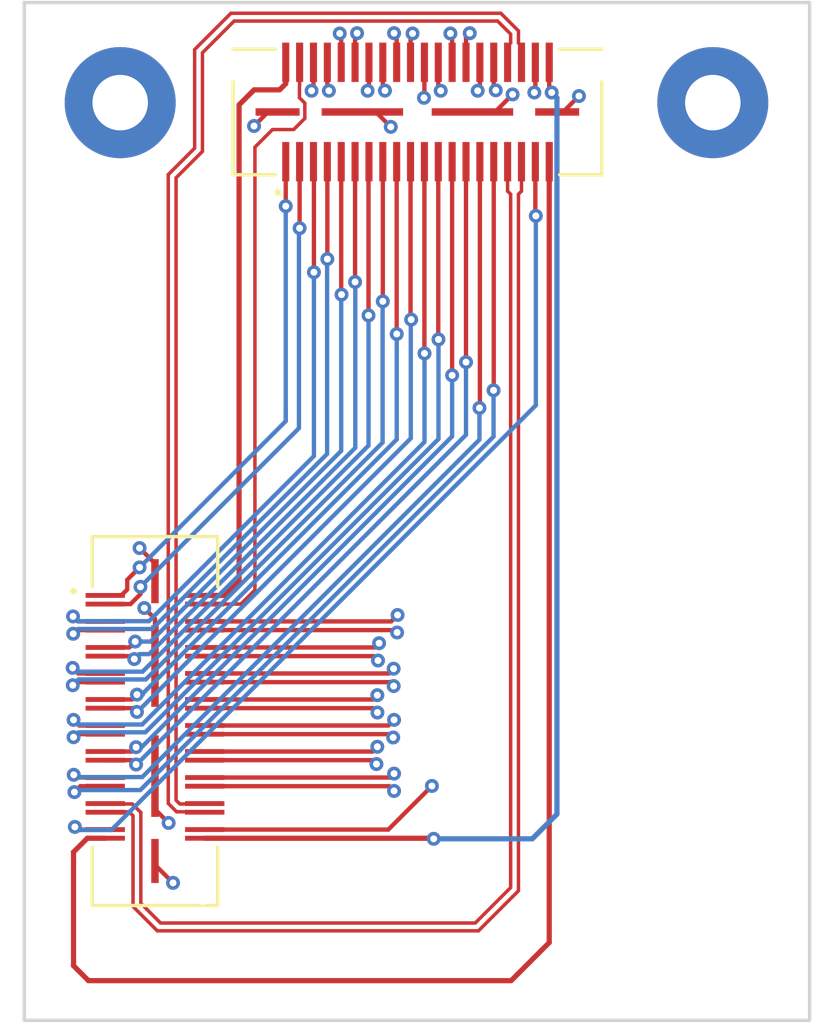
<source format=kicad_pcb>
(kicad_pcb (version 20221018) (generator pcbnew)
  (layers (0 "F.Cu" signal) (1 "In1.Cu" power) (2 "In2.Cu" signal) (31 "B.Cu" signal) (34 "B.Paste" user) (35 "F.Paste" user) (36 "B.SilkS" user "B.Silkscreen") (37 "F.SilkS" user "F.Silkscreen") (38 "B.Mask" user) (39 "F.Mask" user) (44 "Edge.Cuts" user))
  (net 0 "")
  (net 1 "/SCL")
  (net 2 "/5V")
  (net 3 "/SDA")
  (net 4 "/R_GA")
  (net 5 "/5")
  (net 6 "/6")
  (net 7 "/7")
  (net 8 "/8")
  (net 9 "/9")
  (net 10 "/10")
  (net 11 "/11")
  (net 12 "/12")
  (net 13 "/13")
  (net 14 "/14")
  (net 15 "/15")
  (net 16 "/16")
  (net 17 "/17")
  (net 18 "/18")
  (net 19 "/19")
  (net 20 "/20")
  (net 21 "/21")
  (net 22 "/22")
  (net 23 "/23")
  (net 24 "/24")
  (net 25 "/25")
  (net 26 "/26")
  (net 27 "/27")
  (net 28 "/28")
  (net 29 "/29")
  (net 30 "/30")
  (net 31 "/31")
  (net 32 "/32")
  (net 33 "/P2C_CLKP")
  (net 34 "/C2P_CLKP")
  (net 35 "/P2C_CLKN")
  (net 36 "/C2P_CLKN")
  (net 37 "/37")
  (net 38 "/38")
  (net 39 "/VIO1")
  (net 40 "/3V3")
  (net 41 "GND")
  (footprint "QSH-020-01-F-D-DP:SAMTEC_QSH-020-01-X-D-DP" (layer "F.Cu") (at 139.878 104.0578 -90)
    (fp_text reference "J1" hide)
    (fp_text value "QSH-020-01-F-D-DP-A-K-TR")
    (fp_line (start -10.635 -3.62) (end -7.745 -3.62) (stroke (width 0.2)) (layer "F.SilkS"))
    (fp_line (start -10.635 3.62) (end -10.635 -3.62) (stroke (width 0.2)) (layer "F.SilkS"))
    (fp_line (start -7.745 3.62) (end -10.635 3.62) (stroke (width 0.2)) (layer "F.SilkS"))
    (fp_line (start 7.255 -3.62) (end 10.635 -3.62) (stroke (width 0.2)) (layer "F.SilkS"))
    (fp_line (start 10.635 -3.62) (end 10.635 3.62) (stroke (width 0.2)) (layer "F.SilkS"))
    (fp_line (start 10.635 3.62) (end 7.255 3.62) (stroke (width 0.2)) (layer "F.SilkS"))
    (fp_circle (center -7.495 4.7) (end -7.395 4.7) (stroke (width 0.2)) (fill none) (layer "F.SilkS"))
    (pad "" np_thru_hole circle (at -10.05 -2.76 270) (size 1.02 1.02) (drill 1.02) (layers "*.Cu" "*.Mask"))
    (pad "" np_thru_hole circle (at 10.08 -2.76 270) (size 1.02 1.02) (drill 1.02) (layers "*.Cu" "*.Mask"))
    (pad "01" smd rect (at -7.245 2.87 270) (size 0.28 2.27) (layers "F.Cu" "F.Paste" "F.Mask") (net 1 "/SCL"))
    (pad "02" smd rect (at -7.245 -2.87 270) (size 0.28 2.27) (layers "F.Cu" "F.Paste" "F.Mask") (net 2 "/5V"))
    (pad "03" smd rect (at -6.745 2.87 270) (size 0.28 2.27) (layers "F.Cu" "F.Paste" "F.Mask") (net 3 "/SDA"))
    (pad "04" smd rect (at -6.745 -2.87 270) (size 0.28 2.27) (layers "F.Cu" "F.Paste" "F.Mask") (net 4 "/R_GA"))
    (pad "05" smd rect (at -5.745 2.87 270) (size 0.28 2.27) (layers "F.Cu" "F.Paste" "F.Mask") (net 5 "/5"))
    (pad "06" smd rect (at -5.745 -2.87 270) (size 0.28 2.27) (layers "F.Cu" "F.Paste" "F.Mask") (net 6 "/6"))
    (pad "07" smd rect (at -5.245 2.87 270) (size 0.28 2.27) (layers "F.Cu" "F.Paste" "F.Mask") (net 7 "/7"))
    (pad "08" smd rect (at -5.245 -2.87 270) (size 0.28 2.27) (layers "F.Cu" "F.Paste" "F.Mask") (net 8 "/8"))
    (pad "09" smd rect (at -4.245 2.87 270) (size 0.28 2.27) (layers "F.Cu" "F.Paste" "F.Mask") (net 9 "/9"))
    (pad "10" smd rect (at -4.245 -2.87 270) (size 0.28 2.27) (layers "F.Cu" "F.Paste" "F.Mask") (net 10 "/10"))
    (pad "11" smd rect (at -3.745 2.87 270) (size 0.28 2.27) (layers "F.Cu" "F.Paste" "F.Mask") (net 11 "/11"))
    (pad "12" smd rect (at -3.745 -2.87 270) (size 0.28 2.27) (layers "F.Cu" "F.Paste" "F.Mask") (net 12 "/12"))
    (pad "13" smd rect (at -2.745 2.87 270) (size 0.28 2.27) (layers "F.Cu" "F.Paste" "F.Mask") (net 13 "/13"))
    (pad "14" smd rect (at -2.745 -2.87 270) (size 0.28 2.27) (layers "F.Cu" "F.Paste" "F.Mask") (net 14 "/14"))
    (pad "15" smd rect (at -2.245 2.87 270) (size 0.28 2.27) (layers "F.Cu" "F.Paste" "F.Mask") (net 15 "/15"))
    (pad "16" smd rect (at -2.245 -2.87 270) (size 0.28 2.27) (layers "F.Cu" "F.Paste" "F.Mask") (net 16 "/16"))
    (pad "17" smd rect (at -1.245 2.87 270) (size 0.28 2.27) (layers "F.Cu" "F.Paste" "F.Mask") (net 17 "/17"))
    (pad "18" smd rect (at -1.245 -2.87 270) (size 0.28 2.27) (layers "F.Cu" "F.Paste" "F.Mask") (net 18 "/18"))
    (pad "19" smd rect (at -0.745 2.87 270) (size 0.28 2.27) (layers "F.Cu" "F.Paste" "F.Mask") (net 19 "/19"))
    (pad "20" smd rect (at -0.745 -2.87 270) (size 0.28 2.27) (layers "F.Cu" "F.Paste" "F.Mask") (net 20 "/20"))
    (pad "21" smd rect (at 0.255 2.87 270) (size 0.28 2.27) (layers "F.Cu" "F.Paste" "F.Mask") (net 21 "/21"))
    (pad "22" smd rect (at 0.255 -2.87 270) (size 0.28 2.27) (layers "F.Cu" "F.Paste" "F.Mask") (net 22 "/22"))
    (pad "23" smd rect (at 0.755 2.87 270) (size 0.28 2.27) (layers "F.Cu" "F.Paste" "F.Mask") (net 23 "/23"))
    (pad "24" smd rect (at 0.755 -2.87 270) (size 0.28 2.27) (layers "F.Cu" "F.Paste" "F.Mask") (net 24 "/24"))
    (pad "25" smd rect (at 1.755 2.87 270) (size 0.28 2.27) (layers "F.Cu" "F.Paste" "F.Mask") (net 25 "/25"))
    (pad "26" smd rect (at 1.755 -2.87 270) (size 0.28 2.27) (layers "F.Cu" "F.Paste" "F.Mask") (net 26 "/26"))
    (pad "27" smd rect (at 2.255 2.87 270) (size 0.28 2.27) (layers "F.Cu" "F.Paste" "F.Mask") (net 27 "/27"))
    (pad "28" smd rect (at 2.255 -2.87 270) (size 0.28 2.27) (layers "F.Cu" "F.Paste" "F.Mask") (net 28 "/28"))
    (pad "29" smd rect (at 3.255 2.87 270) (size 0.28 2.27) (layers "F.Cu" "F.Paste" "F.Mask") (net 29 "/29"))
    (pad "30" smd rect (at 3.255 -2.87 270) (size 0.28 2.27) (layers "F.Cu" "F.Paste" "F.Mask") (net 30 "/30"))
    (pad "31" smd rect (at 3.755 2.87 270) (size 0.28 2.27) (layers "F.Cu" "F.Paste" "F.Mask") (net 31 "/31"))
    (pad "32" smd rect (at 3.755 -2.87 270) (size 0.28 2.27) (layers "F.Cu" "F.Paste" "F.Mask") (net 32 "/32"))
    (pad "33" smd rect (at 4.755 2.87 270) (size 0.28 2.27) (layers "F.Cu" "F.Paste" "F.Mask") (net 33 "/P2C_CLKP"))
    (pad "34" smd rect (at 4.755 -2.87 270) (size 0.28 2.27) (layers "F.Cu" "F.Paste" "F.Mask") (net 34 "/C2P_CLKP"))
    (pad "35" smd rect (at 5.255 2.87 270) (size 0.28 2.27) (layers "F.Cu" "F.Paste" "F.Mask") (net 35 "/P2C_CLKN"))
    (pad "36" smd rect (at 5.255 -2.87 270) (size 0.28 2.27) (layers "F.Cu" "F.Paste" "F.Mask") (net 36 "/C2P_CLKN"))
    (pad "37" smd rect (at 6.255 2.87 270) (size 0.28 2.27) (layers "F.Cu" "F.Paste" "F.Mask") (net 37 "/37"))
    (pad "38" smd rect (at 6.255 -2.87 270) (size 0.28 2.27) (layers "F.Cu" "F.Paste" "F.Mask") (net 38 "/38"))
    (pad "39" smd rect (at 6.755 2.87 270) (size 0.28 2.27) (layers "F.Cu" "F.Paste" "F.Mask") (net 39 "/VIO1"))
    (pad "40" smd rect (at 6.755 -2.87 270) (size 0.28 2.27) (layers "F.Cu" "F.Paste" "F.Mask") (net 40 "/3V3"))
    (pad "GND1" smd rect (at -8.065 0 270) (size 2.54 0.43) (layers "F.Cu" "F.Paste" "F.Mask") (net 41 "GND"))
    (pad "GND2" smd rect (at -3.175 0 270) (size 4.7 0.43) (layers "F.Cu" "F.Paste" "F.Mask") (net 41 "GND"))
    (pad "GND3" smd rect (at 3.175 0 270) (size 4.7 0.43) (layers "F.Cu" "F.Paste" "F.Mask") (net 41 "GND"))
    (pad "GND4" smd rect (at 8.065 0 270) (size 2.54 0.43) (layers "F.Cu" "F.Paste" "F.Mask") (net 41 "GND"))
  )
  (footprint "MountingHole:MountingHole_3.2mm_M3_Pad" (layer "F.Cu") (at 137.871201 68.401399 180)
    (fp_text reference "H2" hide)
    (fp_text value "MountingHole_Pad")
    (pad "1" thru_hole circle (at 0 0 180) (size 6.4 6.4) (drill 3.2) (layers "*.Cu" "*.Mask") (net 41 "GND"))
  )
  (footprint "kicad-libs:SAMTEC_QSE-020-01-X-D-A" (layer "F.Cu") (at 155.021601 68.939999)
    (fp_text reference "J2" hide)
    (fp_text value "QSE-020-01-X-D-A" hide)
    (fp_line (start -10.635 -1.735) (end -10.635 3.62) (stroke (width 0.2)) (layer "F.SilkS"))
    (fp_line (start -10.635 3.62) (end -8.2 3.62) (stroke (width 0.2)) (layer "F.SilkS"))
    (fp_line (start -8.2 -3.62) (end -10.635 -3.62) (stroke (width 0.2)) (layer "F.SilkS"))
    (fp_line (start 8.2 -3.62) (end 10.635 -3.62) (stroke (width 0.2)) (layer "F.SilkS"))
    (fp_line (start 10.635 -1.735) (end 10.635 3.62) (stroke (width 0.2)) (layer "F.SilkS"))
    (fp_line (start 10.635 3.62) (end 8.2 3.62) (stroke (width 0.2)) (layer "F.SilkS"))
    (fp_circle (center -8.05 4.65) (end -7.95 4.65) (stroke (width 0.2)) (fill none) (layer "F.SilkS"))
    (pad "" np_thru_hole circle (at -10.065 -2.665) (size 1.02 1.02) (drill 1.02) (layers "*.Cu" "*.Mask"))
    (pad "" np_thru_hole circle (at 10.065 -2.665) (size 1.02 1.02) (drill 1.02) (layers "*.Cu" "*.Mask"))
    (pad "01" smd rect (at -7.6 2.865) (size 0.41 2.27) (layers "F.Cu" "F.Paste" "F.Mask") (net 1 "/SCL"))
    (pad "02" smd rect (at -7.6 -2.865 90) (size 2.27 0.41) (layers "F.Cu" "F.Paste" "F.Mask") (net 2 "/5V"))
    (pad "03" smd rect (at -6.8 2.865) (size 0.41 2.27) (layers "F.Cu" "F.Paste" "F.Mask") (net 3 "/SDA"))
    (pad "04" smd rect (at -6.8 -2.865 90) (size 2.27 0.41) (layers "F.Cu" "F.Paste" "F.Mask") (net 4 "/R_GA"))
    (pad "05" smd rect (at -6 2.865) (size 0.41 2.27) (layers "F.Cu" "F.Paste" "F.Mask") (net 5 "/5"))
    (pad "06" smd rect (at -6 -2.865 90) (size 2.27 0.41) (layers "F.Cu" "F.Paste" "F.Mask") (net 6 "/6"))
    (pad "07" smd rect (at -5.2 2.865) (size 0.41 2.27) (layers "F.Cu" "F.Paste" "F.Mask") (net 7 "/7"))
    (pad "08" smd rect (at -5.2 -2.865 90) (size 2.27 0.41) (layers "F.Cu" "F.Paste" "F.Mask") (net 8 "/8"))
    (pad "09" smd rect (at -4.4 2.865) (size 0.41 2.27) (layers "F.Cu" "F.Paste" "F.Mask") (net 9 "/9"))
    (pad "10" smd rect (at -4.4 -2.865 90) (size 2.27 0.41) (layers "F.Cu" "F.Paste" "F.Mask") (net 10 "/10"))
    (pad "11" smd rect (at -3.6 2.865) (size 0.41 2.27) (layers "F.Cu" "F.Paste" "F.Mask") (net 11 "/11"))
    (pad "12" smd rect (at -3.6 -2.865 90) (size 2.27 0.41) (layers "F.Cu" "F.Paste" "F.Mask") (net 12 "/12"))
    (pad "13" smd rect (at -2.8 2.865) (size 0.41 2.27) (layers "F.Cu" "F.Paste" "F.Mask") (net 13 "/13"))
    (pad "14" smd rect (at -2.8 -2.865 90) (size 2.27 0.41) (layers "F.Cu" "F.Paste" "F.Mask") (net 14 "/14"))
    (pad "15" smd rect (at -2 2.865) (size 0.41 2.27) (layers "F.Cu" "F.Paste" "F.Mask") (net 15 "/15"))
    (pad "16" smd rect (at -2 -2.865 90) (size 2.27 0.41) (layers "F.Cu" "F.Paste" "F.Mask") (net 16 "/16"))
    (pad "17" smd rect (at -1.2 2.865) (size 0.41 2.27) (layers "F.Cu" "F.Paste" "F.Mask") (net 17 "/17"))
    (pad "18" smd rect (at -1.2 -2.865 90) (size 2.27 0.41) (layers "F.Cu" "F.Paste" "F.Mask") (net 18 "/18"))
    (pad "19" smd rect (at -0.4 2.865) (size 0.41 2.27) (layers "F.Cu" "F.Paste" "F.Mask") (net 19 "/19"))
    (pad "20" smd rect (at -0.4 -2.865 90) (size 2.27 0.41) (layers "F.Cu" "F.Paste" "F.Mask") (net 20 "/20"))
    (pad "21" smd rect (at 0.4 2.865) (size 0.41 2.27) (layers "F.Cu" "F.Paste" "F.Mask") (net 21 "/21"))
    (pad "22" smd rect (at 0.4 -2.865 90) (size 2.27 0.41) (layers "F.Cu" "F.Paste" "F.Mask") (net 22 "/22"))
    (pad "23" smd rect (at 1.2 2.865) (size 0.41 2.27) (layers "F.Cu" "F.Paste" "F.Mask") (net 23 "/23"))
    (pad "24" smd rect (at 1.2 -2.865 90) (size 2.27 0.41) (layers "F.Cu" "F.Paste" "F.Mask") (net 24 "/24"))
    (pad "25" smd rect (at 2 2.865) (size 0.41 2.27) (layers "F.Cu" "F.Paste" "F.Mask") (net 25 "/25"))
    (pad "26" smd rect (at 2 -2.865 90) (size 2.27 0.41) (layers "F.Cu" "F.Paste" "F.Mask") (net 26 "/26"))
    (pad "27" smd rect (at 2.8 2.865) (size 0.41 2.27) (layers "F.Cu" "F.Paste" "F.Mask") (net 27 "/27"))
    (pad "28" smd rect (at 2.8 -2.865 90) (size 2.27 0.41) (layers "F.Cu" "F.Paste" "F.Mask") (net 28 "/28"))
    (pad "29" smd rect (at 3.6 2.865) (size 0.41 2.27) (layers "F.Cu" "F.Paste" "F.Mask") (net 29 "/29"))
    (pad "30" smd rect (at 3.6 -2.865 90) (size 2.27 0.41) (layers "F.Cu" "F.Paste" "F.Mask") (net 30 "/30"))
    (pad "31" smd rect (at 4.4 2.865) (size 0.41 2.27) (layers "F.Cu" "F.Paste" "F.Mask") (net 31 "/31"))
    (pad "32" smd rect (at 4.4 -2.865 90) (size 2.27 0.41) (layers "F.Cu" "F.Paste" "F.Mask") (net 32 "/32"))
    (pad "33" smd rect (at 5.2 2.865) (size 0.41 2.27) (layers "F.Cu" "F.Paste" "F.Mask") (net 33 "/P2C_CLKP"))
    (pad "34" smd rect (at 5.2 -2.865 90) (size 2.27 0.41) (layers "F.Cu" "F.Paste" "F.Mask") (net 34 "/C2P_CLKP"))
    (pad "35" smd rect (at 6 2.865) (size 0.41 2.27) (layers "F.Cu" "F.Paste" "F.Mask") (net 35 "/P2C_CLKN"))
    (pad "36" smd rect (at 6 -2.865 90) (size 2.27 0.41) (layers "F.Cu" "F.Paste" "F.Mask") (net 36 "/C2P_CLKN"))
    (pad "37" smd rect (at 6.8 2.865) (size 0.41 2.27) (layers "F.Cu" "F.Paste" "F.Mask") (net 37 "/37"))
    (pad "38" smd rect (at 6.8 -2.865 90) (size 2.27 0.41) (layers "F.Cu" "F.Paste" "F.Mask") (net 38 "/38"))
    (pad "39" smd rect (at 7.6 2.865) (size 0.41 2.27) (layers "F.Cu" "F.Paste" "F.Mask") (net 39 "/VIO1"))
    (pad "40" smd rect (at 7.6 -2.865 90) (size 2.27 0.41) (layers "F.Cu" "F.Paste" "F.Mask") (net 40 "/3V3"))
    (pad "G1" smd rect (at -8.07 0) (size 2.54 0.43) (layers "F.Cu" "F.Paste" "F.Mask") (net 41 "GND"))
    (pad "G2" smd rect (at -3.18 0) (size 4.7 0.43) (layers "F.Cu" "F.Paste" "F.Mask") (net 41 "GND"))
    (pad "G3" smd rect (at 3.17 0) (size 4.7 0.43) (layers "F.Cu" "F.Paste" "F.Mask") (net 41 "GND"))
    (pad "G4" smd rect (at 8.06 0) (size 2.54 0.43) (layers "F.Cu" "F.Paste" "F.Mask") (net 41 "GND"))
  )
  (footprint "MountingHole:MountingHole_3.2mm_M3_Pad" (layer "F.Cu") (at 172.059601 68.401399 180)
    (fp_text reference "H1" hide)
    (fp_text value "MountingHole_Pad")
    (pad "1" thru_hole circle (at 0 0 180) (size 6.4 6.4) (drill 3.2) (layers "*.Cu" "*.Mask") (net 41 "GND"))
  )
  (gr_rect (start 132.334 62.6364) (end 177.6476 121.3104) (stroke (width 0.2)) (fill none) (layer "Edge.Cuts"))
  (segment (start 138.2776 96.4692) (end 138.2776 95.9104) (width 0.25) (layer "F.Cu") (net 1))
  (segment (start 138.2776 95.9104) (end 138.9888 95.1992) (width 0.25) (layer "F.Cu") (net 1))
  (segment (start 137.934 96.8128) (end 138.2776 96.4692) (width 0.25) (layer "F.Cu") (net 1))
  (segment (start 137.008 96.8128) (end 137.934 96.8128) (width 0.25) (layer "F.Cu") (net 1))
  (segment (start 147.421601 74.3712) (end 147.421601 71.804999) (width 0.25) (layer "F.Cu") (net 1))
  (via (at 138.9888 95.1992) (size 0.8) (drill 0.4) (layers "F.Cu" "B.Cu") (net 1))
  (via (at 147.421601 74.3712) (size 0.8) (drill 0.4) (layers "F.Cu" "B.Cu") (net 1))
  (segment (start 147.421601 86.750828) (end 147.421601 86.0552) (width 0.25) (layer "B.Cu") (net 1))
  (segment (start 147.421601 86.7664) (end 147.421601 86.0552) (width 0.25) (layer "B.Cu") (net 1))
  (segment (start 147.421601 86.0552) (end 147.421601 74.3712) (width 0.25) (layer "B.Cu") (net 1))
  (segment (start 138.9888 95.1992) (end 147.421601 86.7664) (width 0.25) (layer "B.Cu") (net 1))
  (segment (start 143.9284 96.8128) (end 142.748 96.8128) (width 0.3) (layer "F.Cu") (net 2))
  (segment (start 145.5928 67.6656) (end 144.7292 68.5292) (width 0.3) (layer "F.Cu") (net 2))
  (segment (start 147.421601 66.074999) (end 147.421601 67.309999) (width 0.3) (layer "F.Cu") (net 2))
  (segment (start 144.7292 68.5292) (end 144.7292 96.012) (width 0.3) (layer "F.Cu") (net 2))
  (segment (start 147.421601 67.309999) (end 147.066 67.6656) (width 0.3) (layer "F.Cu") (net 2))
  (segment (start 144.7292 96.012) (end 143.9284 96.8128) (width 0.3) (layer "F.Cu") (net 2))
  (segment (start 147.066 67.6656) (end 145.5928 67.6656) (width 0.3) (layer "F.Cu") (net 2))
  (segment (start 148.221601 75.6412) (end 148.221601 71.804999) (width 0.25) (layer "F.Cu") (net 3))
  (segment (start 137.008 97.3128) (end 138.463965 97.3128) (width 0.25) (layer "F.Cu") (net 3))
  (segment (start 139.0396 96.737165) (end 139.0396 96.3168) (width 0.25) (layer "F.Cu") (net 3))
  (segment (start 138.463965 97.3128) (end 139.0396 96.737165) (width 0.25) (layer "F.Cu") (net 3))
  (via (at 139.0396 96.3168) (size 0.8) (drill 0.4) (layers "F.Cu" "B.Cu") (net 3))
  (via (at 148.221601 75.6412) (size 0.8) (drill 0.4) (layers "F.Cu" "B.Cu") (net 3))
  (segment (start 148.1836 75.679201) (end 148.221601 75.6412) (width 0.25) (layer "B.Cu") (net 3))
  (segment (start 139.0396 96.3168) (end 148.1836 87.1728) (width 0.25) (layer "B.Cu") (net 3))
  (segment (start 148.1836 87.1728) (end 148.1836 75.679201) (width 0.25) (layer "B.Cu") (net 3))
  (segment (start 148.221601 67.409999) (end 148.211297 67.420303) (width 0.2) (layer "F.Cu") (net 4))
  (segment (start 145.6436 96.5) (end 144.8308 97.3128) (width 0.2) (layer "F.Cu") (net 4))
  (segment (start 148.521601 68.424999) (end 148.521601 69.308799) (width 0.2) (layer "F.Cu") (net 4))
  (segment (start 145.6436 70.9676) (end 145.6436 96.5) (width 0.2) (layer "F.Cu") (net 4))
  (segment (start 148.521601 69.308799) (end 147.8788 69.9516) (width 0.2) (layer "F.Cu") (net 4))
  (segment (start 147.8788 69.9516) (end 146.6596 69.9516) (width 0.2) (layer "F.Cu") (net 4))
  (segment (start 148.211297 67.420303) (end 148.211297 68.114695) (width 0.2) (layer "F.Cu") (net 4))
  (segment (start 146.6596 69.9516) (end 145.6436 70.9676) (width 0.2) (layer "F.Cu") (net 4))
  (segment (start 148.221601 66.074999) (end 148.221601 67.409999) (width 0.2) (layer "F.Cu") (net 4))
  (segment (start 144.8308 97.3128) (end 142.748 97.3128) (width 0.2) (layer "F.Cu") (net 4))
  (segment (start 148.211297 68.114695) (end 148.521601 68.424999) (width 0.2) (layer "F.Cu") (net 4))
  (segment (start 149.0472 78.1812) (end 149.0472 71.830598) (width 0.25) (layer "F.Cu") (net 5))
  (segment (start 135.438955 98.3128) (end 137.008 98.3128) (width 0.25) (layer "F.Cu") (net 5))
  (segment (start 135.149655 98.0235) (end 135.438955 98.3128) (width 0.25) (layer "F.Cu") (net 5))
  (segment (start 149.0472 71.830598) (end 149.021601 71.804999) (width 0.25) (layer "F.Cu") (net 5))
  (via (at 149.0472 78.1812) (size 0.8) (drill 0.4) (layers "F.Cu" "B.Cu") (net 5))
  (via (at 135.149655 98.0235) (size 0.8) (drill 0.4) (layers "F.Cu" "B.Cu") (net 5))
  (segment (start 149.0472 88.779468) (end 139.528668 98.298) (width 0.25) (layer "B.Cu") (net 5))
  (segment (start 139.528668 98.298) (end 135.424155 98.298) (width 0.25) (layer "B.Cu") (net 5))
  (segment (start 135.424155 98.298) (end 135.149655 98.0235) (width 0.25) (layer "B.Cu") (net 5))
  (segment (start 149.0472 78.1812) (end 149.0472 88.779468) (width 0.25) (layer "B.Cu") (net 5))
  (segment (start 153.5028 98.3128) (end 153.8732 97.9424) (width 0.25) (layer "F.Cu") (net 6))
  (segment (start 149.021601 66.074999) (end 149.021601 67.606096) (width 0.25) (layer "F.Cu") (net 6))
  (segment (start 149.021601 67.606096) (end 148.911297 67.7164) (width 0.25) (layer "F.Cu") (net 6))
  (segment (start 142.748 98.3128) (end 153.5028 98.3128) (width 0.25) (layer "F.Cu") (net 6))
  (via (at 153.8732 97.9424) (size 0.8) (drill 0.4) (layers "F.Cu" "B.Cu") (net 6))
  (via (at 148.911297 67.7164) (size 0.8) (drill 0.4) (layers "F.Cu" "B.Cu") (net 6))
  (segment (start 135.369707 98.8128) (end 137.008 98.8128) (width 0.25) (layer "F.Cu") (net 7))
  (segment (start 149.821601 77.4192) (end 149.821601 71.804999) (width 0.25) (layer "F.Cu") (net 7))
  (segment (start 135.159553 99.022954) (end 135.369707 98.8128) (width 0.25) (layer "F.Cu") (net 7))
  (via (at 135.159553 99.022954) (size 0.8) (drill 0.4) (layers "F.Cu" "B.Cu") (net 7))
  (via (at 149.821601 77.4192) (size 0.8) (drill 0.4) (layers "F.Cu" "B.Cu") (net 7))
  (segment (start 139.715064 98.748) (end 135.434507 98.748) (width 0.25) (layer "B.Cu") (net 7))
  (segment (start 149.8092 88.653864) (end 139.715064 98.748) (width 0.25) (layer "B.Cu") (net 7))
  (segment (start 135.434507 98.748) (end 135.159553 99.022954) (width 0.25) (layer "B.Cu") (net 7))
  (segment (start 149.821601 77.4192) (end 149.8092 77.431601) (width 0.25) (layer "B.Cu") (net 7))
  (segment (start 149.8092 77.431601) (end 149.8092 88.653864) (width 0.25) (layer "B.Cu") (net 7))
  (segment (start 142.748 98.8128) (end 153.707517 98.8128) (width 0.25) (layer "F.Cu") (net 8))
  (segment (start 153.707517 98.8128) (end 153.845722 98.951005) (width 0.25) (layer "F.Cu") (net 8))
  (segment (start 149.821601 67.627201) (end 149.821601 66.074999) (width 0.25) (layer "F.Cu") (net 8))
  (segment (start 149.9108 67.7164) (end 149.821601 67.627201) (width 0.25) (layer "F.Cu") (net 8))
  (via (at 149.9108 67.7164) (size 0.8) (drill 0.4) (layers "F.Cu" "B.Cu") (net 8))
  (via (at 153.845722 98.951005) (size 0.8) (drill 0.4) (layers "F.Cu" "B.Cu") (net 8))
  (segment (start 150.639697 79.468897) (end 150.622 79.4512) (width 0.25) (layer "F.Cu") (net 9))
  (segment (start 137.008 99.8128) (end 138.3945 99.8128) (width 0.25) (layer "F.Cu") (net 9))
  (segment (start 150.622 79.4512) (end 150.622 71.805398) (width 0.25) (layer "F.Cu") (net 9))
  (segment (start 138.3945 99.8128) (end 138.7348 99.4725) (width 0.25) (layer "F.Cu") (net 9))
  (segment (start 150.622 71.805398) (end 150.621601 71.804999) (width 0.25) (layer "F.Cu") (net 9))
  (via (at 138.7348 99.4725) (size 0.8) (drill 0.4) (layers "F.Cu" "B.Cu") (net 9))
  (via (at 150.639697 79.468897) (size 0.8) (drill 0.4) (layers "F.Cu" "B.Cu") (net 9))
  (segment (start 139.62696 99.4725) (end 138.7348 99.4725) (width 0.25) (layer "B.Cu") (net 9))
  (segment (start 150.622 88.47746) (end 139.62696 99.4725) (width 0.25) (layer "B.Cu") (net 9))
  (segment (start 150.622 79.486594) (end 150.622 88.47746) (width 0.25) (layer "B.Cu") (net 9))
  (segment (start 150.639697 79.468897) (end 150.622 79.486594) (width 0.25) (layer "B.Cu") (net 9))
  (segment (start 152.5616 99.8128) (end 152.8064 99.568) (width 0.25) (layer "F.Cu") (net 10))
  (segment (start 150.621601 64.499565) (end 150.537069 64.415033) (width 0.25) (layer "F.Cu") (net 10))
  (segment (start 142.748 99.8128) (end 152.5616 99.8128) (width 0.25) (layer "F.Cu") (net 10))
  (segment (start 150.621601 66.074999) (end 150.621601 64.499565) (width 0.25) (layer "F.Cu") (net 10))
  (via (at 150.537069 64.415033) (size 0.8) (drill 0.4) (layers "F.Cu" "B.Cu") (net 10))
  (via (at 152.8064 99.568) (size 0.8) (drill 0.4) (layers "F.Cu" "B.Cu") (net 10))
  (segment (start 137.008 100.3128) (end 138.5144 100.3128) (width 0.25) (layer "F.Cu") (net 11))
  (segment (start 138.5144 100.3128) (end 138.684 100.4824) (width 0.25) (layer "F.Cu") (net 11))
  (segment (start 151.421601 78.74) (end 151.421601 71.804999) (width 0.25) (layer "F.Cu") (net 11))
  (via (at 138.684 100.4824) (size 0.8) (drill 0.4) (layers "F.Cu" "B.Cu") (net 11))
  (via (at 151.421601 78.74) (size 0.8) (drill 0.4) (layers "F.Cu" "B.Cu") (net 11))
  (segment (start 151.4348 88.301056) (end 139.538356 100.1975) (width 0.25) (layer "B.Cu") (net 11))
  (segment (start 138.9689 100.1975) (end 138.684 100.4824) (width 0.25) (layer "B.Cu") (net 11))
  (segment (start 139.538356 100.1975) (end 138.9689 100.1975) (width 0.25) (layer "B.Cu") (net 11))
  (segment (start 151.421601 78.74) (end 151.4348 78.753199) (width 0.25) (layer "B.Cu") (net 11))
  (segment (start 151.4348 78.753199) (end 151.4348 88.301056) (width 0.25) (layer "B.Cu") (net 11))
  (segment (start 142.748 100.3128) (end 152.491297 100.3128) (width 0.25) (layer "F.Cu") (net 12))
  (segment (start 152.491297 100.3128) (end 152.744053 100.565556) (width 0.25) (layer "F.Cu") (net 12))
  (segment (start 151.421601 66.074999) (end 151.421601 64.51131) (width 0.25) (layer "F.Cu") (net 12))
  (segment (start 151.421601 64.51131) (end 151.5364 64.396511) (width 0.25) (layer "F.Cu") (net 12))
  (via (at 152.744053 100.565556) (size 0.8) (drill 0.4) (layers "F.Cu" "B.Cu") (net 12))
  (via (at 151.5364 64.396511) (size 0.8) (drill 0.4) (layers "F.Cu" "B.Cu") (net 12))
  (segment (start 152.1968 80.6704) (end 152.1968 71.8298) (width 0.25) (layer "F.Cu") (net 13))
  (segment (start 135.128 100.9904) (end 135.4504 101.3128) (width 0.25) (layer "F.Cu") (net 13))
  (segment (start 152.1968 71.8298) (end 152.221601 71.804999) (width 0.25) (layer "F.Cu") (net 13))
  (segment (start 135.4504 101.3128) (end 137.008 101.3128) (width 0.25) (layer "F.Cu") (net 13))
  (via (at 135.128 100.9904) (size 0.8) (drill 0.4) (layers "F.Cu" "B.Cu") (net 13))
  (via (at 152.1968 80.6704) (size 0.8) (drill 0.4) (layers "F.Cu" "B.Cu") (net 13))
  (segment (start 152.1968 80.6704) (end 152.1968 88.175452) (width 0.25) (layer "B.Cu") (net 13))
  (segment (start 152.1968 88.175452) (end 139.164852 101.2074) (width 0.25) (layer "B.Cu") (net 13))
  (segment (start 135.345 101.2074) (end 135.128 100.9904) (width 0.25) (layer "B.Cu") (net 13))
  (segment (start 139.164852 101.2074) (end 135.345 101.2074) (width 0.25) (layer "B.Cu") (net 13))
  (segment (start 153.644391 101.038478) (end 153.370069 101.3128) (width 0.25) (layer "F.Cu") (net 14))
  (segment (start 152.221601 66.074999) (end 152.221601 67.640799) (width 0.25) (layer "F.Cu") (net 14))
  (segment (start 153.370069 101.3128) (end 142.748 101.3128) (width 0.25) (layer "F.Cu") (net 14))
  (segment (start 152.221601 67.640799) (end 152.146 67.7164) (width 0.25) (layer "F.Cu") (net 14))
  (via (at 152.146 67.7164) (size 0.8) (drill 0.4) (layers "F.Cu" "B.Cu") (net 14))
  (via (at 153.644391 101.038478) (size 0.8) (drill 0.4) (layers "F.Cu" "B.Cu") (net 14))
  (segment (start 135.13529 101.989876) (end 135.312366 101.8128) (width 0.25) (layer "F.Cu") (net 15))
  (segment (start 135.312366 101.8128) (end 137.008 101.8128) (width 0.25) (layer "F.Cu") (net 15))
  (segment (start 153.021601 79.8576) (end 153.021601 71.804999) (width 0.25) (layer "F.Cu") (net 15))
  (via (at 135.13529 101.989876) (size 0.8) (drill 0.4) (layers "F.Cu" "B.Cu") (net 15))
  (via (at 153.021601 79.8576) (size 0.8) (drill 0.4) (layers "F.Cu" "B.Cu") (net 15))
  (segment (start 153.0096 87.999048) (end 139.351248 101.6574) (width 0.25) (layer "B.Cu") (net 15))
  (segment (start 135.467766 101.6574) (end 135.13529 101.989876) (width 0.25) (layer "B.Cu") (net 15))
  (segment (start 153.021601 79.8576) (end 153.0096 79.869601) (width 0.25) (layer "B.Cu") (net 15))
  (segment (start 153.0096 79.869601) (end 153.0096 87.999048) (width 0.25) (layer "B.Cu") (net 15))
  (segment (start 139.351248 101.6574) (end 135.467766 101.6574) (width 0.25) (layer "B.Cu") (net 15))
  (segment (start 153.021601 67.584159) (end 153.021601 66.074999) (width 0.25) (layer "F.Cu") (net 16))
  (segment (start 153.145467 67.708025) (end 153.021601 67.584159) (width 0.25) (layer "F.Cu") (net 16))
  (segment (start 153.421858 101.8128) (end 153.647035 102.037977) (width 0.25) (layer "F.Cu") (net 16))
  (segment (start 142.748 101.8128) (end 153.421858 101.8128) (width 0.25) (layer "F.Cu") (net 16))
  (via (at 153.647035 102.037977) (size 0.8) (drill 0.4) (layers "F.Cu" "B.Cu") (net 16))
  (via (at 153.145467 67.708025) (size 0.8) (drill 0.4) (layers "F.Cu" "B.Cu") (net 16))
  (segment (start 138.554497 102.8128) (end 137.008 102.8128) (width 0.25) (layer "F.Cu") (net 17))
  (segment (start 153.821601 81.7372) (end 153.821601 71.804999) (width 0.25) (layer "F.Cu") (net 17))
  (segment (start 138.8364 102.530897) (end 138.554497 102.8128) (width 0.25) (layer "F.Cu") (net 17))
  (segment (start 153.824951 81.74055) (end 153.821601 81.7372) (width 0.25) (layer "F.Cu") (net 17))
  (via (at 153.824951 81.74055) (size 0.8) (drill 0.4) (layers "F.Cu" "B.Cu") (net 17))
  (via (at 138.8364 102.530897) (size 0.8) (drill 0.4) (layers "F.Cu" "B.Cu") (net 17))
  (segment (start 139.175503 102.530897) (end 138.8364 102.530897) (width 0.25) (layer "B.Cu") (net 17))
  (segment (start 153.824951 81.74055) (end 153.824951 87.820093) (width 0.25) (layer "B.Cu") (net 17))
  (segment (start 139.114147 102.530897) (end 138.8364 102.530897) (width 0.25) (layer "B.Cu") (net 17))
  (segment (start 153.824951 87.820093) (end 139.114147 102.530897) (width 0.25) (layer "B.Cu") (net 17))
  (segment (start 152.4572 102.8128) (end 152.7048 102.5652) (width 0.25) (layer "F.Cu") (net 18))
  (segment (start 153.821601 66.074999) (end 153.821601 64.515201) (width 0.25) (layer "F.Cu") (net 18))
  (segment (start 153.702911 64.396511) (end 153.67 64.396511) (width 0.25) (layer "F.Cu") (net 18))
  (segment (start 153.821601 64.515201) (end 153.702911 64.396511) (width 0.25) (layer "F.Cu") (net 18))
  (segment (start 142.748 102.8128) (end 152.4572 102.8128) (width 0.25) (layer "F.Cu") (net 18))
  (via (at 153.67 64.396511) (size 0.8) (drill 0.4) (layers "F.Cu" "B.Cu") (net 18))
  (via (at 152.7048 102.5652) (size 0.8) (drill 0.4) (layers "F.Cu" "B.Cu") (net 18))
  (segment (start 137.008 103.3128) (end 138.6188 103.3128) (width 0.25) (layer "F.Cu") (net 19))
  (segment (start 138.6188 103.3128) (end 138.8364 103.5304) (width 0.25) (layer "F.Cu") (net 19))
  (segment (start 154.621601 80.8736) (end 154.621601 71.804999) (width 0.25) (layer "F.Cu") (net 19))
  (segment (start 154.656751 80.90875) (end 154.621601 80.8736) (width 0.25) (layer "F.Cu") (net 19))
  (via (at 138.8364 103.5304) (size 0.8) (drill 0.4) (layers "F.Cu" "B.Cu") (net 19))
  (via (at 154.656751 80.90875) (size 0.8) (drill 0.4) (layers "F.Cu" "B.Cu") (net 19))
  (segment (start 154.656751 80.90875) (end 154.6352 80.930301) (width 0.25) (layer "B.Cu") (net 19))
  (segment (start 154.6352 87.757402) (end 138.862202 103.5304) (width 0.25) (layer "B.Cu") (net 19))
  (segment (start 138.862202 103.5304) (end 138.8364 103.5304) (width 0.25) (layer "B.Cu") (net 19))
  (segment (start 154.6352 80.930301) (end 154.6352 87.757402) (width 0.25) (layer "B.Cu") (net 19))
  (segment (start 154.621601 64.529599) (end 154.7368 64.4144) (width 0.25) (layer "F.Cu") (net 20))
  (segment (start 154.621601 66.074999) (end 154.621601 64.529599) (width 0.25) (layer "F.Cu") (net 20))
  (segment (start 142.748 103.3128) (end 152.457871 103.3128) (width 0.25) (layer "F.Cu") (net 20))
  (segment (start 152.457871 103.3128) (end 152.709761 103.56469) (width 0.25) (layer "F.Cu") (net 20))
  (via (at 152.709761 103.56469) (size 0.8) (drill 0.4) (layers "F.Cu" "B.Cu") (net 20))
  (via (at 154.7368 64.4144) (size 0.8) (drill 0.4) (layers "F.Cu" "B.Cu") (net 20))
  (segment (start 155.427098 82.860297) (end 155.421601 82.8548) (width 0.25) (layer "F.Cu") (net 21))
  (segment (start 155.421601 82.8548) (end 155.421601 71.804999) (width 0.25) (layer "F.Cu") (net 21))
  (segment (start 135.504 104.3128) (end 135.1788 103.9876) (width 0.25) (layer "F.Cu") (net 21))
  (segment (start 137.008 104.3128) (end 135.504 104.3128) (width 0.25) (layer "F.Cu") (net 21))
  (via (at 155.427098 82.860297) (size 0.8) (drill 0.4) (layers "F.Cu" "B.Cu") (net 21))
  (via (at 135.1788 103.9876) (size 0.8) (drill 0.4) (layers "F.Cu" "B.Cu") (net 21))
  (segment (start 139.136705 104.2554) (end 135.4466 104.2554) (width 0.25) (layer "B.Cu") (net 21))
  (segment (start 155.427098 82.860297) (end 155.427098 87.965007) (width 0.25) (layer "B.Cu") (net 21))
  (segment (start 155.427098 87.965007) (end 139.136705 104.2554) (width 0.25) (layer "B.Cu") (net 21))
  (segment (start 135.4466 104.2554) (end 135.1788 103.9876) (width 0.25) (layer "B.Cu") (net 21))
  (segment (start 155.421601 68.025058) (end 155.421601 68.098399) (width 0.25) (layer "F.Cu") (net 22))
  (segment (start 155.421601 68.025058) (end 155.421601 66.074999) (width 0.25) (layer "F.Cu") (net 22))
  (segment (start 155.421601 68.098399) (end 155.3972 68.1228) (width 0.25) (layer "F.Cu") (net 22))
  (segment (start 153.67 103.9876) (end 153.3448 104.3128) (width 0.25) (layer "F.Cu") (net 22))
  (segment (start 153.3448 104.3128) (end 142.748 104.3128) (width 0.25) (layer "F.Cu") (net 22))
  (via (at 153.67 103.9876) (size 0.8) (drill 0.4) (layers "F.Cu" "B.Cu") (net 22))
  (via (at 155.3972 68.1228) (size 0.8) (drill 0.4) (layers "F.Cu" "B.Cu") (net 22))
  (segment (start 135.353103 104.8128) (end 135.1788 104.987103) (width 0.25) (layer "F.Cu") (net 23))
  (segment (start 156.221601 82.042) (end 156.221601 71.804999) (width 0.25) (layer "F.Cu") (net 23))
  (segment (start 156.233498 82.053897) (end 156.221601 82.042) (width 0.25) (layer "F.Cu") (net 23))
  (segment (start 137.008 104.8128) (end 135.353103 104.8128) (width 0.25) (layer "F.Cu") (net 23))
  (via (at 135.1788 104.987103) (size 0.8) (drill 0.4) (layers "F.Cu" "B.Cu") (net 23))
  (via (at 156.233498 82.053897) (size 0.8) (drill 0.4) (layers "F.Cu" "B.Cu") (net 23))
  (segment (start 156.233498 82.053897) (end 156.233498 87.795002) (width 0.25) (layer "B.Cu") (net 23))
  (segment (start 156.233498 87.795002) (end 139.3231 104.7054) (width 0.25) (layer "B.Cu") (net 23))
  (segment (start 139.3231 104.7054) (end 135.460503 104.7054) (width 0.25) (layer "B.Cu") (net 23))
  (segment (start 135.460503 104.7054) (end 135.1788 104.987103) (width 0.25) (layer "B.Cu") (net 23))
  (segment (start 156.221601 67.575601) (end 156.3624 67.7164) (width 0.25) (layer "F.Cu") (net 24))
  (segment (start 156.221601 66.074999) (end 156.221601 67.575601) (width 0.25) (layer "F.Cu") (net 24))
  (segment (start 153.6192 105.0036) (end 153.4284 104.8128) (width 0.25) (layer "F.Cu") (net 24))
  (segment (start 153.4284 104.8128) (end 142.748 104.8128) (width 0.25) (layer "F.Cu") (net 24))
  (via (at 156.3624 67.7164) (size 0.8) (drill 0.4) (layers "F.Cu" "B.Cu") (net 24))
  (via (at 153.6192 105.0036) (size 0.8) (drill 0.4) (layers "F.Cu" "B.Cu") (net 24))
  (segment (start 137.008 105.8128) (end 138.5352 105.8128) (width 0.25) (layer "F.Cu") (net 25))
  (segment (start 138.5352 105.8128) (end 138.7856 105.5624) (width 0.25) (layer "F.Cu") (net 25))
  (segment (start 157.021601 84.1248) (end 157.021601 71.804999) (width 0.25) (layer "F.Cu") (net 25))
  (via (at 157.021601 84.1248) (size 0.8) (drill 0.4) (layers "F.Cu" "B.Cu") (net 25))
  (via (at 138.7856 105.5624) (size 0.8) (drill 0.4) (layers "F.Cu" "B.Cu") (net 25))
  (segment (start 139.102497 105.5624) (end 138.7856 105.5624) (width 0.25) (layer "B.Cu") (net 25))
  (segment (start 157.021601 87.643296) (end 139.102497 105.5624) (width 0.25) (layer "B.Cu") (net 25))
  (segment (start 157.021601 84.1248) (end 157.021601 87.643296) (width 0.25) (layer "B.Cu") (net 25))
  (segment (start 157.021601 64.514801) (end 156.9212 64.4144) (width 0.25) (layer "F.Cu") (net 26))
  (segment (start 152.4293 105.8128) (end 142.748 105.8128) (width 0.25) (layer "F.Cu") (net 26))
  (segment (start 152.7048 105.5373) (end 152.4293 105.8128) (width 0.25) (layer "F.Cu") (net 26))
  (segment (start 157.021601 66.074999) (end 157.021601 64.514801) (width 0.25) (layer "F.Cu") (net 26))
  (via (at 156.9212 64.4144) (size 0.8) (drill 0.4) (layers "F.Cu" "B.Cu") (net 26))
  (via (at 152.7048 105.5373) (size 0.8) (drill 0.4) (layers "F.Cu" "B.Cu") (net 26))
  (segment (start 138.536497 106.3128) (end 138.7856 106.561903) (width 0.25) (layer "F.Cu") (net 27))
  (segment (start 137.008 106.3128) (end 138.536497 106.3128) (width 0.25) (layer "F.Cu") (net 27))
  (segment (start 157.821601 83.3628) (end 157.821601 71.804999) (width 0.25) (layer "F.Cu") (net 27))
  (via (at 157.821601 83.3628) (size 0.8) (drill 0.4) (layers "F.Cu" "B.Cu") (net 27))
  (via (at 138.7856 106.561903) (size 0.8) (drill 0.4) (layers "F.Cu" "B.Cu") (net 27))
  (segment (start 157.821601 87.551704) (end 138.811402 106.561903) (width 0.25) (layer "B.Cu") (net 27))
  (segment (start 138.811402 106.561903) (end 138.7856 106.561903) (width 0.25) (layer "B.Cu") (net 27))
  (segment (start 157.821601 83.3628) (end 157.821601 87.551704) (width 0.25) (layer "B.Cu") (net 27))
  (segment (start 157.821601 64.61371) (end 158.0388 64.396511) (width 0.25) (layer "F.Cu") (net 28))
  (segment (start 157.821601 66.074999) (end 157.821601 64.61371) (width 0.25) (layer "F.Cu") (net 28))
  (segment (start 152.653595 106.53549) (end 152.430905 106.3128) (width 0.25) (layer "F.Cu") (net 28))
  (segment (start 152.430905 106.3128) (end 142.748 106.3128) (width 0.25) (layer "F.Cu") (net 28))
  (via (at 152.653595 106.53549) (size 0.8) (drill 0.4) (layers "F.Cu" "B.Cu") (net 28))
  (via (at 158.0388 64.396511) (size 0.8) (drill 0.4) (layers "F.Cu" "B.Cu") (net 28))
  (segment (start 135.348026 107.3128) (end 137.008 107.3128) (width 0.25) (layer "F.Cu") (net 29))
  (segment (start 158.621601 85.980399) (end 158.621601 71.804999) (width 0.25) (layer "F.Cu") (net 29))
  (segment (start 135.189719 107.154493) (end 135.348026 107.3128) (width 0.25) (layer "F.Cu") (net 29))
  (segment (start 158.5976 86.0044) (end 158.621601 85.980399) (width 0.25) (layer "F.Cu") (net 29))
  (via (at 158.5976 86.0044) (size 0.8) (drill 0.4) (layers "F.Cu" "B.Cu") (net 29))
  (via (at 135.189719 107.154493) (size 0.8) (drill 0.4) (layers "F.Cu" "B.Cu") (net 29))
  (segment (start 135.189719 107.154493) (end 135.322129 107.286903) (width 0.25) (layer "B.Cu") (net 29))
  (segment (start 158.5976 87.8332) (end 158.5976 86.0044) (width 0.25) (layer "B.Cu") (net 29))
  (segment (start 139.143897 107.286903) (end 158.5976 87.8332) (width 0.25) (layer "B.Cu") (net 29))
  (segment (start 135.322129 107.286903) (end 139.143897 107.286903) (width 0.25) (layer "B.Cu") (net 29))
  (segment (start 158.496 67.7164) (end 158.621601 67.590799) (width 0.25) (layer "F.Cu") (net 30))
  (segment (start 153.4436 107.3128) (end 142.748 107.3128) (width 0.25) (layer "F.Cu") (net 30))
  (segment (start 158.621601 67.590799) (end 158.621601 66.074999) (width 0.25) (layer "F.Cu") (net 30))
  (segment (start 153.67 107.0864) (end 153.4436 107.3128) (width 0.25) (layer "F.Cu") (net 30))
  (via (at 153.67 107.0864) (size 0.8) (drill 0.4) (layers "F.Cu" "B.Cu") (net 30))
  (via (at 158.496 67.7164) (size 0.8) (drill 0.4) (layers "F.Cu" "B.Cu") (net 30))
  (segment (start 135.2296 108.1532) (end 135.57 107.8128) (width 0.25) (layer "F.Cu") (net 31))
  (segment (start 159.4104 84.9884) (end 159.421601 84.977199) (width 0.25) (layer "F.Cu") (net 31))
  (segment (start 135.57 107.8128) (end 137.008 107.8128) (width 0.25) (layer "F.Cu") (net 31))
  (segment (start 159.421601 84.977199) (end 159.421601 71.804999) (width 0.25) (layer "F.Cu") (net 31))
  (via (at 159.4104 84.9884) (size 0.8) (drill 0.4) (layers "F.Cu" "B.Cu") (net 31))
  (via (at 135.2296 108.1532) (size 0.8) (drill 0.4) (layers "F.Cu" "B.Cu") (net 31))
  (segment (start 135.2296 108.1532) (end 135.347697 108.035103) (width 0.25) (layer "B.Cu") (net 31))
  (segment (start 139.032093 108.035103) (end 159.4104 87.656796) (width 0.25) (layer "B.Cu") (net 31))
  (segment (start 135.347697 108.035103) (end 139.032093 108.035103) (width 0.25) (layer "B.Cu") (net 31))
  (segment (start 159.4104 87.656796) (end 159.4104 84.9884) (width 0.25) (layer "B.Cu") (net 31))
  (segment (start 153.396145 107.8128) (end 142.748 107.8128) (width 0.25) (layer "F.Cu") (net 32))
  (segment (start 153.669247 108.085902) (end 153.396145 107.8128) (width 0.25) (layer "F.Cu") (net 32))
  (segment (start 159.421601 67.575201) (end 159.421601 66.074999) (width 0.25) (layer "F.Cu") (net 32))
  (segment (start 159.5374 67.691) (end 159.421601 67.575201) (width 0.25) (layer "F.Cu") (net 32))
  (via (at 159.5374 67.691) (size 0.8) (drill 0.4) (layers "F.Cu" "B.Cu") (net 32))
  (via (at 153.669247 108.085902) (size 0.8) (drill 0.4) (layers "F.Cu" "B.Cu") (net 32))
  (segment (start 140.1996 115.7006) (end 139.0614 114.5624) (width 0.2) (layer "F.Cu") (net 33))
  (segment (start 138.003 108.8128) (end 137.008 108.8128) (width 0.2) (layer "F.Cu") (net 33))
  (segment (start 138.028 108.8378) (end 138.003 108.8128) (width 0.2) (layer "F.Cu") (net 33))
  (segment (start 160.221601 73.5075) (end 160.396601 73.6825) (width 0.2) (layer "F.Cu") (net 33))
  (segment (start 139.0614 114.5624) (end 139.0614 109.33) (width 0.2) (layer "F.Cu") (net 33))
  (segment (start 139.0614 109.33) (end 138.5692 108.8378) (width 0.2) (layer "F.Cu") (net 33))
  (segment (start 158.352 115.7006) (end 140.1996 115.7006) (width 0.2) (layer "F.Cu") (net 33))
  (segment (start 160.396601 73.6825) (end 160.396601 113.655999) (width 0.2) (layer "F.Cu") (net 33))
  (segment (start 160.396601 113.655999) (end 158.352 115.7006) (width 0.2) (layer "F.Cu") (net 33))
  (segment (start 160.221601 71.804999) (end 160.221601 73.5075) (width 0.2) (layer "F.Cu") (net 33))
  (segment (start 138.5692 108.8378) (end 138.028 108.8378) (width 0.2) (layer "F.Cu") (net 33))
  (segment (start 141.0934 108.6188) (end 141.0934 72.7372) (width 0.2) (layer "F.Cu") (net 34))
  (segment (start 141.3124 108.8378) (end 141.0934 108.6188) (width 0.2) (layer "F.Cu") (net 34))
  (segment (start 160.396601 64.969999) (end 160.221601 65.144999) (width 0.2) (layer "F.Cu") (net 34))
  (segment (start 160.396601 64.448801) (end 160.396601 64.969999) (width 0.2) (layer "F.Cu") (net 34))
  (segment (start 144.443989 63.697011) (end 159.644811 63.697011) (width 0.2) (layer "F.Cu") (net 34))
  (segment (start 141.753 108.8128) (end 141.728 108.8378) (width 0.2) (layer "F.Cu") (net 34))
  (segment (start 142.6174 65.5236) (end 144.443989 63.697011) (width 0.2) (layer "F.Cu") (net 34))
  (segment (start 142.748 108.8128) (end 141.753 108.8128) (width 0.2) (layer "F.Cu") (net 34))
  (segment (start 159.644811 63.697011) (end 160.396601 64.448801) (width 0.2) (layer "F.Cu") (net 34))
  (segment (start 142.6174 71.2132) (end 142.6174 65.5236) (width 0.2) (layer "F.Cu") (net 34))
  (segment (start 141.728 108.8378) (end 141.3124 108.8378) (width 0.2) (layer "F.Cu") (net 34))
  (segment (start 160.221601 65.144999) (end 160.221601 66.074999) (width 0.2) (layer "F.Cu") (net 34))
  (segment (start 141.0934 72.7372) (end 142.6174 71.2132) (width 0.2) (layer "F.Cu") (net 34))
  (segment (start 161.021601 71.804999) (end 161.021601 73.5075) (width 0.2) (layer "F.Cu") (net 35))
  (segment (start 160.846601 113.842399) (end 158.5384 116.1506) (width 0.2) (layer "F.Cu") (net 35))
  (segment (start 138.6114 114.7488) (end 138.6114 109.5164) (width 0.2) (layer "F.Cu") (net 35))
  (segment (start 161.021601 73.5075) (end 160.846601 73.6825) (width 0.2) (layer "F.Cu") (net 35))
  (segment (start 138.028 109.2878) (end 138.003 109.3128) (width 0.2) (layer "F.Cu") (net 35))
  (segment (start 138.003 109.3128) (end 137.008 109.3128) (width 0.2) (layer "F.Cu") (net 35))
  (segment (start 138.6114 109.5164) (end 138.3828 109.2878) (width 0.2) (layer "F.Cu") (net 35))
  (segment (start 140.0132 116.1506) (end 138.6114 114.7488) (width 0.2) (layer "F.Cu") (net 35))
  (segment (start 160.846601 73.6825) (end 160.846601 113.842399) (width 0.2) (layer "F.Cu") (net 35))
  (segment (start 138.3828 109.2878) (end 138.028 109.2878) (width 0.2) (layer "F.Cu") (net 35))
  (segment (start 158.5384 116.1506) (end 140.0132 116.1506) (width 0.2) (layer "F.Cu") (net 35))
  (segment (start 159.831211 63.247011) (end 160.846601 64.262401) (width 0.2) (layer "F.Cu") (net 36))
  (segment (start 161.021601 65.144999) (end 161.021601 66.074999) (width 0.2) (layer "F.Cu") (net 36))
  (segment (start 144.257589 63.247011) (end 159.831211 63.247011) (width 0.2) (layer "F.Cu") (net 36))
  (segment (start 140.6434 108.8052) (end 140.6434 72.5508) (width 0.2) (layer "F.Cu") (net 36))
  (segment (start 160.846601 64.262401) (end 160.846601 64.969999) (width 0.2) (layer "F.Cu") (net 36))
  (segment (start 140.6434 72.5508) (end 142.1674 71.0268) (width 0.2) (layer "F.Cu") (net 36))
  (segment (start 141.728 109.2878) (end 141.126 109.2878) (width 0.2) (layer "F.Cu") (net 36))
  (segment (start 141.126 109.2878) (end 140.6434 108.8052) (width 0.2) (layer "F.Cu") (net 36))
  (segment (start 142.1674 65.3372) (end 144.257589 63.247011) (width 0.2) (layer "F.Cu") (net 36))
  (segment (start 142.748 109.3128) (end 141.753 109.3128) (width 0.2) (layer "F.Cu") (net 36))
  (segment (start 142.1674 71.0268) (end 142.1674 65.3372) (width 0.2) (layer "F.Cu") (net 36))
  (segment (start 141.753 109.3128) (end 141.728 109.2878) (width 0.2) (layer "F.Cu") (net 36))
  (segment (start 160.846601 64.969999) (end 161.021601 65.144999) (width 0.2) (layer "F.Cu") (net 36))
  (segment (start 161.821601 71.804999) (end 161.821601 74.902801) (width 0.25) (layer "F.Cu") (net 37))
  (segment (start 135.408 110.3128) (end 137.008 110.3128) (width 0.25) (layer "F.Cu") (net 37))
  (segment (start 161.821601 74.902801) (end 161.8488 74.93) (width 0.25) (layer "F.Cu") (net 37))
  (segment (start 135.255 110.1598) (end 135.408 110.3128) (width 0.25) (layer "F.Cu") (net 37))
  (via (at 161.8488 74.93) (size 0.8) (drill 0.4) (layers "F.Cu" "B.Cu") (net 37))
  (via (at 135.255 110.1598) (size 0.8) (drill 0.4) (layers "F.Cu" "B.Cu") (net 37))
  (segment (start 135.255 110.1598) (end 135.4328 110.3376) (width 0.25) (layer "B.Cu") (net 37))
  (segment (start 135.4328 110.3376) (end 137.365992 110.3376) (width 0.25) (layer "B.Cu") (net 37))
  (segment (start 137.365992 110.3376) (end 161.8488 85.854792) (width 0.25) (layer "B.Cu") (net 37))
  (segment (start 161.8488 85.854792) (end 161.8488 74.93) (width 0.25) (layer "B.Cu") (net 37))
  (segment (start 161.763697 67.818) (end 161.821601 67.760096) (width 0.25) (layer "F.Cu") (net 38))
  (segment (start 153.3392 110.3128) (end 142.748 110.3128) (width 0.25) (layer "F.Cu") (net 38))
  (segment (start 161.821601 67.760096) (end 161.821601 66.074999) (width 0.25) (layer "F.Cu") (net 38))
  (segment (start 155.8544 107.7976) (end 153.3392 110.3128) (width 0.25) (layer "F.Cu") (net 38))
  (via (at 155.8544 107.7976) (size 0.8) (drill 0.4) (layers "F.Cu" "B.Cu") (net 38))
  (via (at 161.763697 67.818) (size 0.8) (drill 0.4) (layers "F.Cu" "B.Cu") (net 38))
  (segment (start 162.621601 71.804999) (end 162.621601 116.829199) (width 0.3) (layer "F.Cu") (net 39))
  (segment (start 135.1788 111.6076) (end 135.9736 110.8128) (width 0.3) (layer "F.Cu") (net 39))
  (segment (start 135.1788 118.1608) (end 135.1788 111.6076) (width 0.3) (layer "F.Cu") (net 39))
  (segment (start 135.9736 110.8128) (end 137.008 110.8128) (width 0.3) (layer "F.Cu") (net 39))
  (segment (start 162.621601 116.829199) (end 160.4264 119.0244) (width 0.3) (layer "F.Cu") (net 39))
  (segment (start 160.4264 119.0244) (end 136.0424 119.0244) (width 0.3) (layer "F.Cu") (net 39))
  (segment (start 136.0424 119.0244) (end 135.1788 118.1608) (width 0.3) (layer "F.Cu") (net 39))
  (segment (start 155.9232 110.8128) (end 155.956 110.8456) (width 0.3) (layer "F.Cu") (net 40))
  (segment (start 162.621601 67.676401) (end 162.621601 66.074999) (width 0.25) (layer "F.Cu") (net 40))
  (segment (start 142.748 110.8128) (end 155.9232 110.8128) (width 0.3) (layer "F.Cu") (net 40))
  (segment (start 162.7632 67.818) (end 162.621601 67.676401) (width 0.25) (layer "F.Cu") (net 40))
  (via (at 155.956 110.8456) (size 0.8) (drill 0.4) (layers "F.Cu" "B.Cu") (net 40))
  (via (at 162.7632 67.818) (size 0.8) (drill 0.4) (layers "F.Cu" "B.Cu") (net 40))
  (segment (start 161.6456 110.8456) (end 163.068 109.4232) (width 0.3) (layer "B.Cu") (net 40))
  (segment (start 155.956 110.8456) (end 161.6456 110.8456) (width 0.3) (layer "B.Cu") (net 40))
  (segment (start 163.068 109.4232) (end 163.068 68.1228) (width 0.3) (layer "B.Cu") (net 40))
  (segment (start 163.068 68.1228) (end 162.7632 67.818) (width 0.3) (layer "B.Cu") (net 40))
  (segment (start 139.878 95.9928) (end 139.878 94.9708) (width 0.25) (layer "F.Cu") (net 41))
  (segment (start 139.261085 97.540985) (end 139.878 98.1579) (width 0.25) (layer "F.Cu") (net 41))
  (segment (start 158.191601 68.939999) (end 159.495819 68.939999) (width 0.25) (layer "F.Cu") (net 41))
  (segment (start 159.495819 68.939999) (end 160.508584 67.927234) (width 0.25) (layer "F.Cu") (net 41))
  (segment (start 139.878 112.3444) (end 140.9192 113.3856) (width 0.25) (layer "F.Cu") (net 41))
  (segment (start 152.620899 68.939999) (end 153.4801 69.7992) (width 0.25) (layer "F.Cu") (net 41))
  (segment (start 163.081601 68.939999) (end 163.419201 68.939999) (width 0.25) (layer "F.Cu") (net 41))
  (segment (start 139.878 94.9708) (end 138.9888 94.0816) (width 0.25) (layer "F.Cu") (net 41))
  (segment (start 146.401201 68.939999) (end 145.5928 69.7484) (width 0.25) (layer "F.Cu") (net 41))
  (segment (start 139.878 112.1228) (end 139.878 112.3444) (width 0.25) (layer "F.Cu") (net 41))
  (segment (start 139.878 107.2328) (end 139.878 109.144) (width 0.25) (layer "F.Cu") (net 41))
  (segment (start 146.951601 68.939999) (end 146.401201 68.939999) (width 0.25) (layer "F.Cu") (net 41))
  (segment (start 163.419201 68.939999) (end 164.338 68.0212) (width 0.25) (layer "F.Cu") (net 41))
  (segment (start 139.878 98.1579) (end 139.878 100.8828) (width 0.25) (layer "F.Cu") (net 41))
  (segment (start 139.878 109.144) (end 140.6652 109.9312) (width 0.25) (layer "F.Cu") (net 41))
  (segment (start 151.841601 68.939999) (end 152.620899 68.939999) (width 0.25) (layer "F.Cu") (net 41))
  (via (at 160.508584 67.927234) (size 0.8) (drill 0.4) (layers "F.Cu" "B.Cu") (net 41))
  (via (at 140.9192 113.3856) (size 0.8) (drill 0.4) (layers "F.Cu" "B.Cu") (net 41))
  (via (at 139.261085 97.540985) (size 0.8) (drill 0.4) (layers "F.Cu" "B.Cu") (net 41))
  (via (at 153.4801 69.7992) (size 0.8) (drill 0.4) (layers "F.Cu" "B.Cu") (net 41))
  (via (at 138.9888 94.0816) (size 0.8) (drill 0.4) (layers "F.Cu" "B.Cu") (net 41))
  (via (at 145.5928 69.7484) (size 0.8) (drill 0.4) (layers "F.Cu" "B.Cu") (net 41))
  (via (at 140.6652 109.9312) (size 0.8) (drill 0.4) (layers "F.Cu" "B.Cu") (net 41))
  (via (at 164.338 68.0212) (size 0.8) (drill 0.4) (layers "F.Cu" "B.Cu") (net 41))
)
</source>
